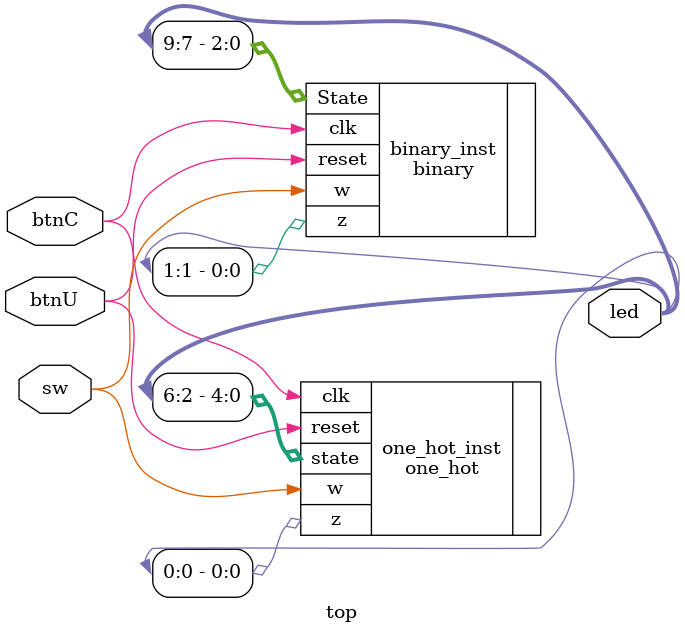
<source format=v>
module top(
    input sw, // w
    output [9:0] led, // see IO table
    input btnC, // clk
    input btnU // reset
);

    binary binary_inst(
        .w(sw),
        .clk(btnC),
        .reset(btnU),
        .z(led[1]),
        .State(led[9:7])
    );
    
    one_hot one_hot_inst (
        .w(sw),
        .clk(btnC),
        .reset(btnU),
        .z(led[0]),
        .state(led[6:2])
    );
endmodule
</source>
